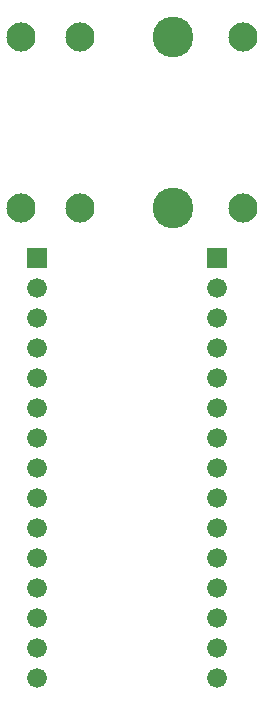
<source format=gbr>
G04 start of page 7 for group -4062 idx -4062 *
G04 Title: (unknown), soldermask *
G04 Creator: pcb 1.99z *
G04 CreationDate: Sat 25 Jun 2011 09:43:41 PM GMT UTC *
G04 For: russ *
G04 Format: Gerber/RS-274X *
G04 PCB-Dimensions: 86614 228346 *
G04 PCB-Coordinate-Origin: lower left *
%MOIN*%
%FSLAX25Y25*%
%LNBOTTOMMASK*%
%ADD56C,0.0973*%
%ADD55C,0.1359*%
%ADD54C,0.0200*%
%ADD53C,0.0660*%
G54D53*X11811Y75669D03*
Y65669D03*
Y55669D03*
Y45669D03*
Y35669D03*
Y25669D03*
Y15669D03*
Y5669D03*
Y115669D03*
Y105669D03*
Y95669D03*
Y85669D03*
G54D54*G36*
X8511Y148969D02*Y142369D01*
X15111D01*
Y148969D01*
X8511D01*
G37*
G54D53*X11811Y135669D03*
Y125669D03*
G54D54*G36*
X68511Y148969D02*Y142369D01*
X75111D01*
Y148969D01*
X68511D01*
G37*
G54D53*X71811Y135669D03*
Y125669D03*
Y115669D03*
G54D55*X56929Y162401D03*
G54D56*X26063D03*
X6378D03*
G54D55*X56929Y219487D03*
G54D56*X80393D03*
X26063D03*
X6378D03*
X80393Y162401D03*
G54D53*X71811Y105669D03*
Y95669D03*
Y85669D03*
Y75669D03*
Y65669D03*
Y55669D03*
Y45669D03*
Y35669D03*
Y25669D03*
Y15669D03*
Y5669D03*
M02*

</source>
